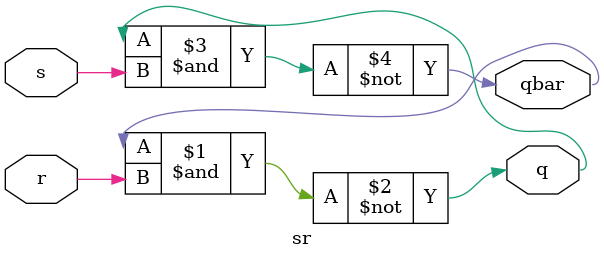
<source format=v>
module sr(s,r,q,qbar);
input s,r;
output q,qbar;

assign q=~(qbar&r);
assign qbar=~(q&s);
endmodule

</source>
